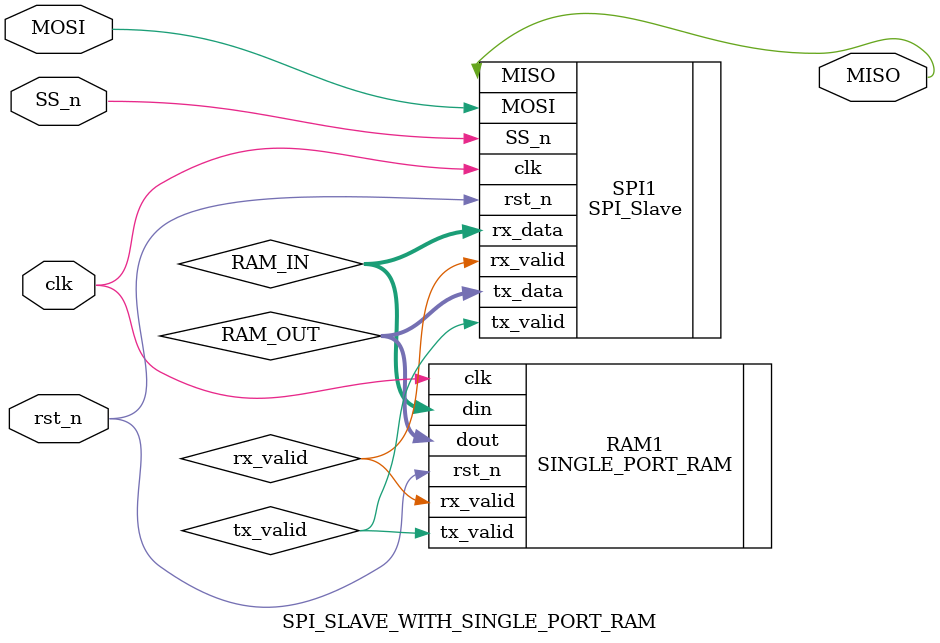
<source format=v>
module SPI_SLAVE_WITH_SINGLE_PORT_RAM (MISO, MOSI, clk, rst_n, SS_n);
    /*=================================================================================*/
    //Input Ports of SPI_SLAVE_WITH_SINGLE_PORT_RAM
    /*=================================================================================*/
    //Data ports
    input MOSI  ;

    //clock ports
    input clk   ;

    //control ports
    input SS_n  ;
    input rst_n ;

    /*=================================================================================*/
    //Output Ports of SPI_SLAVE_WITH_SINGLE_PORT_RAM
    /*=================================================================================*/
    //Data ports
    output MISO ;

    /*=================================================================================*/
    //Internal Ports of SPI_SLAVE_WITH_SINGLE_PORT_RAM
    /*=================================================================================*/
    //Internal Data ports
    wire [9:0] RAM_IN   ;
    wire [7:0] RAM_OUT  ;

    wire       rx_valid ;
    wire       tx_valid ;

    /*=================================================================================*/
    // Instantiation of Modules
    /*=================================================================================*/
    //SPI Slave
    SPI_Slave       SPI1 (.clk(clk), .rst_n(rst_n), .SS_n(SS_n), .tx_valid(tx_valid), .MOSI(MOSI), 
                          .MISO(MISO), .tx_data(RAM_OUT), .rx_valid(rx_valid), .rx_data(RAM_IN));

    //Single Port RAM
    SINGLE_PORT_RAM RAM1 (.clk(clk), .rst_n(rst_n), .din(RAM_IN), 
                          .rx_valid(rx_valid), .dout(RAM_OUT), .tx_valid(tx_valid)); 

endmodule
</source>
